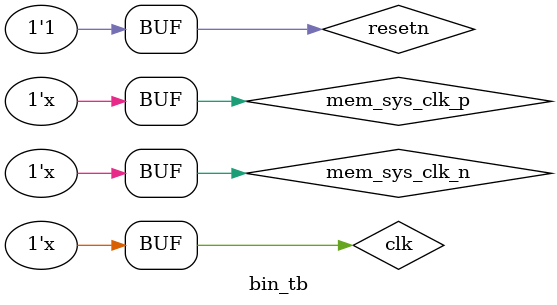
<source format=sv>
`timescale 1 ns/ 1ps

`include "binary_util.sv"

module bin_tb();
    
    reg clk;
    reg resetn;

    //reg [0:0] ack;
    //reg [0:0] ready_ack;

    //from stimulus
    reg [7:0] stream_in_KEEP;
    reg stream_in_LAST;
    reg [63:0] stream_in_DATA;
    reg stream_in_VALID;
    reg stream_in_READY;
 
   //from dut 
    reg [7:0] stream_out_KEEP;
    reg stream_out_LAST;
    reg [63:0] stream_out_DATA;
    reg stream_out_VALID;
    reg stream_out_READY;

    //header info
    reg [47:0] mac_src;
    reg [47:0] mac_dst;
    reg [15:0] dst;
    reg [15:0] dst_rank;
    reg [7:0] src_rank;
    reg [7:0] packet_type;
    reg [31:0] size;
    reg [7:0] tag;
    reg [31:0] ip_dst;
    reg [31:0] ip_src;
    reg [0:0] last;

    //
    reg [63:0] curr_header_type;
    reg [0:0] done;

    reg mem_sys_clk_p;
    reg mem_sys_clk_n;
    
    always #10 clk = ~clk;
    always #5 mem_sys_clk_p =~mem_sys_clk_p;
    always #5 mem_sys_clk_n =~mem_sys_clk_n;
    
    initial begin
        resetn = 0;
        clk = 0;
        mem_sys_clk_p = 0;
        mem_sys_clk_n = 1;
        #30 resetn = 1;
    end
    
    // binary_util.sv
    bin_stream stream_binary(
        //.ack(ack),
        //.ready_ack(ready_ack),
        .clk(clk),
        .pay_data_out(stream_out_DATA),
        .pay_keep_out(stream_out_KEEP),
        .pay_last_out(stream_out_LAST),
        .mac_src(mac_src),
        .mac_dst(mac_dst),
        .dst(dst),
        .dst_rank(dst_rank),
        .src_rank(src_rank),
        .packet_type(packet_type),
        .size(size),
        .tag(tag),
        .ip_dst(ip_dst),
        .ip_src(ip_src),
        .last(last),
        .curr_header_type(curr_header_type),
        .done(done)
    );

    /*
    //choose stimulation
    mpi_eth_stimulate stimulus(
        .clk(clk),
        .stream_out_DATA(stream_in_DATA), 
        .stream_out_KEEP(stream_in_KEEP), 
        .stream_out_LAST(stream_in_LAST), 
        .stream_out_VALID(stream_in_VALID), 
        .stream_out_READY(stream_in_READY),
        .stream_in_DATA(stream_out_DATA),
        .stream_in_KEEP(stream_out_KEEP),
        .stream_in_LAST(stream_out_LAST),
        .stream_in_VALID(stream_out_VALID), 
        .stream_in_READY(stream_out_READY),
        //header info
        .mac_src(mac_src),
        .mac_dst(mac_dst),
        .dst(dst),
        .dst_rank(dst_rank),
        .src_rank(src_rank),
        .packet_type(packet_type),
        .size(size),
        .tag(tag),
        .ip_dst(ip_dst),
        .ip_src(ip_src),
        .last(last),
        .curr_header_type(curr_header_type),
        .done(done)
        //.ack(ack),
        //.ready_ack(ready_ack)
    );
    */
/*
   top_sim dut(
        .clk(clk),
        .mem_sys_clk_p(mem_sys_clk_p),
        .mem_sys_clk_n(mem_sys_clk_n),
        .resetn(resetn),
        .keep(stream_in_KEEP),
        .last(stream_in_LAST),
        .data(stream_in_DATA),
        .valid(stream_in_VALID),
        .ready(stream_in_READY),
        .keep_out(stream_out_KEEP),
        .last_out(stream_out_LAST),
        .data_out(stream_out_DATA),
        .valid_out(stream_out_VALID),
        .ready_out(stream_out_READY)
    );
*/

endmodule

</source>
